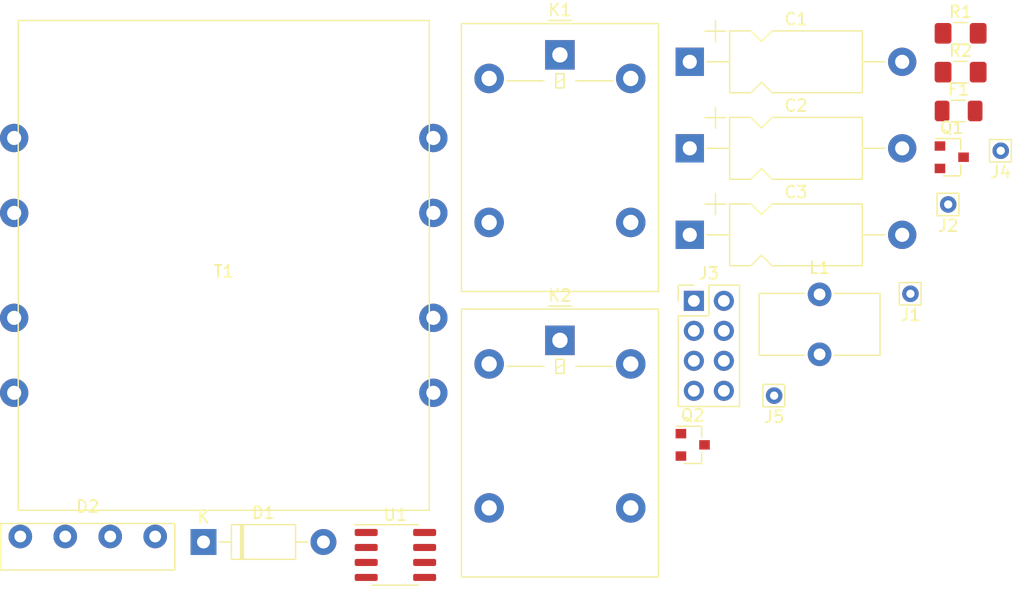
<source format=kicad_pcb>
(kicad_pcb (version 20171130) (host pcbnew 5.1.5+dfsg1-2build2)

  (general
    (thickness 1.6)
    (drawings 0)
    (tracks 0)
    (zones 0)
    (modules 20)
    (nets 26)
  )

  (page A4)
  (layers
    (0 F.Cu signal)
    (31 B.Cu signal)
    (32 B.Adhes user)
    (33 F.Adhes user)
    (34 B.Paste user)
    (35 F.Paste user)
    (36 B.SilkS user)
    (37 F.SilkS user)
    (38 B.Mask user)
    (39 F.Mask user)
    (40 Dwgs.User user)
    (41 Cmts.User user)
    (42 Eco1.User user)
    (43 Eco2.User user)
    (44 Edge.Cuts user)
    (45 Margin user)
    (46 B.CrtYd user)
    (47 F.CrtYd user)
    (48 B.Fab user)
    (49 F.Fab user)
  )

  (setup
    (last_trace_width 0.25)
    (trace_clearance 0.2)
    (zone_clearance 0.508)
    (zone_45_only no)
    (trace_min 0.2)
    (via_size 0.8)
    (via_drill 0.4)
    (via_min_size 0.4)
    (via_min_drill 0.3)
    (uvia_size 0.3)
    (uvia_drill 0.1)
    (uvias_allowed no)
    (uvia_min_size 0.2)
    (uvia_min_drill 0.1)
    (edge_width 0.05)
    (segment_width 0.2)
    (pcb_text_width 0.3)
    (pcb_text_size 1.5 1.5)
    (mod_edge_width 0.12)
    (mod_text_size 1 1)
    (mod_text_width 0.15)
    (pad_size 1.524 1.524)
    (pad_drill 0.762)
    (pad_to_mask_clearance 0.051)
    (solder_mask_min_width 0.25)
    (aux_axis_origin 0 0)
    (visible_elements FFFFFF7F)
    (pcbplotparams
      (layerselection 0x010fc_ffffffff)
      (usegerberextensions false)
      (usegerberattributes false)
      (usegerberadvancedattributes false)
      (creategerberjobfile false)
      (excludeedgelayer true)
      (linewidth 0.100000)
      (plotframeref false)
      (viasonmask false)
      (mode 1)
      (useauxorigin false)
      (hpglpennumber 1)
      (hpglpenspeed 20)
      (hpglpendiameter 15.000000)
      (psnegative false)
      (psa4output false)
      (plotreference true)
      (plotvalue true)
      (plotinvisibletext false)
      (padsonsilk false)
      (subtractmaskfromsilk false)
      (outputformat 1)
      (mirror false)
      (drillshape 1)
      (scaleselection 1)
      (outputdirectory ""))
  )

  (net 0 "")
  (net 1 GND)
  (net 2 +12V)
  (net 3 +3V3)
  (net 4 "Net-(D1-Pad1)")
  (net 5 "Net-(D2-Pad3)")
  (net 6 "Net-(D2-Pad2)")
  (net 7 VAC+)
  (net 8 "Net-(F1-Pad1)")
  (net 9 "Net-(J1-Pad1)")
  (net 10 "Net-(J2-Pad1)")
  (net 11 GPIO3)
  (net 12 GPIO0)
  (net 13 "Net-(J3-Pad5)")
  (net 14 GPIO2)
  (net 15 GPIO1)
  (net 16 "Net-(J4-Pad1)")
  (net 17 "Net-(J5-Pad1)")
  (net 18 "Net-(K1-Pad4)")
  (net 19 "Net-(K1-Pad2)")
  (net 20 "Net-(K2-Pad4)")
  (net 21 "Net-(K2-Pad2)")
  (net 22 VAC-)
  (net 23 "Net-(U1-Pad3)")
  (net 24 "Net-(U1-Pad2)")
  (net 25 "Net-(U1-Pad1)")

  (net_class Default "This is the default net class."
    (clearance 0.2)
    (trace_width 0.25)
    (via_dia 0.8)
    (via_drill 0.4)
    (uvia_dia 0.3)
    (uvia_drill 0.1)
    (add_net +12V)
    (add_net +3V3)
    (add_net GND)
    (add_net GPIO0)
    (add_net GPIO1)
    (add_net GPIO2)
    (add_net GPIO3)
    (add_net "Net-(D1-Pad1)")
    (add_net "Net-(D2-Pad2)")
    (add_net "Net-(D2-Pad3)")
    (add_net "Net-(F1-Pad1)")
    (add_net "Net-(J1-Pad1)")
    (add_net "Net-(J2-Pad1)")
    (add_net "Net-(J3-Pad5)")
    (add_net "Net-(J4-Pad1)")
    (add_net "Net-(J5-Pad1)")
    (add_net "Net-(K1-Pad2)")
    (add_net "Net-(K1-Pad4)")
    (add_net "Net-(K2-Pad2)")
    (add_net "Net-(K2-Pad4)")
    (add_net "Net-(U1-Pad1)")
    (add_net "Net-(U1-Pad2)")
    (add_net "Net-(U1-Pad3)")
    (add_net VAC+)
    (add_net VAC-)
  )

  (module Package_SO:SOIC-8_3.9x4.9mm_P1.27mm (layer F.Cu) (tedit 5D9F72B1) (tstamp 5F8178F4)
    (at 97.005001 82.175001)
    (descr "SOIC, 8 Pin (JEDEC MS-012AA, https://www.analog.com/media/en/package-pcb-resources/package/pkg_pdf/soic_narrow-r/r_8.pdf), generated with kicad-footprint-generator ipc_gullwing_generator.py")
    (tags "SOIC SO")
    (path /5F7D965B)
    (attr smd)
    (fp_text reference U1 (at 0 -3.4) (layer F.SilkS)
      (effects (font (size 1 1) (thickness 0.15)))
    )
    (fp_text value LM2594HVM-3.3 (at 0 3.4) (layer F.Fab)
      (effects (font (size 1 1) (thickness 0.15)))
    )
    (fp_text user %R (at 0 0) (layer F.Fab)
      (effects (font (size 0.98 0.98) (thickness 0.15)))
    )
    (fp_line (start 3.7 -2.7) (end -3.7 -2.7) (layer F.CrtYd) (width 0.05))
    (fp_line (start 3.7 2.7) (end 3.7 -2.7) (layer F.CrtYd) (width 0.05))
    (fp_line (start -3.7 2.7) (end 3.7 2.7) (layer F.CrtYd) (width 0.05))
    (fp_line (start -3.7 -2.7) (end -3.7 2.7) (layer F.CrtYd) (width 0.05))
    (fp_line (start -1.95 -1.475) (end -0.975 -2.45) (layer F.Fab) (width 0.1))
    (fp_line (start -1.95 2.45) (end -1.95 -1.475) (layer F.Fab) (width 0.1))
    (fp_line (start 1.95 2.45) (end -1.95 2.45) (layer F.Fab) (width 0.1))
    (fp_line (start 1.95 -2.45) (end 1.95 2.45) (layer F.Fab) (width 0.1))
    (fp_line (start -0.975 -2.45) (end 1.95 -2.45) (layer F.Fab) (width 0.1))
    (fp_line (start 0 -2.56) (end -3.45 -2.56) (layer F.SilkS) (width 0.12))
    (fp_line (start 0 -2.56) (end 1.95 -2.56) (layer F.SilkS) (width 0.12))
    (fp_line (start 0 2.56) (end -1.95 2.56) (layer F.SilkS) (width 0.12))
    (fp_line (start 0 2.56) (end 1.95 2.56) (layer F.SilkS) (width 0.12))
    (pad 8 smd roundrect (at 2.475 -1.905) (size 1.95 0.6) (layers F.Cu F.Paste F.Mask) (roundrect_rratio 0.25)
      (net 4 "Net-(D1-Pad1)"))
    (pad 7 smd roundrect (at 2.475 -0.635) (size 1.95 0.6) (layers F.Cu F.Paste F.Mask) (roundrect_rratio 0.25)
      (net 2 +12V))
    (pad 6 smd roundrect (at 2.475 0.635) (size 1.95 0.6) (layers F.Cu F.Paste F.Mask) (roundrect_rratio 0.25)
      (net 1 GND))
    (pad 5 smd roundrect (at 2.475 1.905) (size 1.95 0.6) (layers F.Cu F.Paste F.Mask) (roundrect_rratio 0.25)
      (net 1 GND))
    (pad 4 smd roundrect (at -2.475 1.905) (size 1.95 0.6) (layers F.Cu F.Paste F.Mask) (roundrect_rratio 0.25)
      (net 3 +3V3))
    (pad 3 smd roundrect (at -2.475 0.635) (size 1.95 0.6) (layers F.Cu F.Paste F.Mask) (roundrect_rratio 0.25)
      (net 23 "Net-(U1-Pad3)"))
    (pad 2 smd roundrect (at -2.475 -0.635) (size 1.95 0.6) (layers F.Cu F.Paste F.Mask) (roundrect_rratio 0.25)
      (net 24 "Net-(U1-Pad2)"))
    (pad 1 smd roundrect (at -2.475 -1.905) (size 1.95 0.6) (layers F.Cu F.Paste F.Mask) (roundrect_rratio 0.25)
      (net 25 "Net-(U1-Pad1)"))
    (model ${KISYS3DMOD}/Package_SO.3dshapes/SOIC-8_3.9x4.9mm_P1.27mm.wrl
      (at (xyz 0 0 0))
      (scale (xyz 1 1 1))
      (rotate (xyz 0 0 0))
    )
  )

  (module cad:3FD-424 (layer F.Cu) (tedit 5F8102B3) (tstamp 5F8178DA)
    (at 82.46 57.640001)
    (path /5F8140FB)
    (fp_text reference T1 (at 0 0.5) (layer F.SilkS)
      (effects (font (size 1 1) (thickness 0.15)))
    )
    (fp_text value 3FD-424 (at 0 -0.5) (layer F.Fab)
      (effects (font (size 1 1) (thickness 0.15)))
    )
    (fp_line (start 17.415 -20.75) (end 17.415 20.75) (layer F.SilkS) (width 0.12))
    (fp_line (start -17.415 -20.75) (end -17.415 20.75) (layer F.SilkS) (width 0.12))
    (fp_line (start -17.415 20.75) (end 17.415 20.75) (layer F.SilkS) (width 0.12))
    (fp_line (start 17.415 -20.75) (end -17.415 -20.75) (layer F.SilkS) (width 0.12))
    (pad 5 thru_hole circle (at 17.76 -10.795) (size 2.4 2.4) (drill 1.2) (layers *.Cu *.Mask)
      (net 6 "Net-(D2-Pad2)"))
    (pad 7 thru_hole circle (at 17.76 4.445) (size 2.4 2.4) (drill 1.2) (layers *.Cu *.Mask)
      (net 6 "Net-(D2-Pad2)"))
    (pad 6 thru_hole circle (at 17.76 -4.445) (size 2.4 2.4) (drill 1.2) (layers *.Cu *.Mask)
      (net 5 "Net-(D2-Pad3)"))
    (pad 8 thru_hole circle (at 17.76 10.795) (size 2.4 2.4) (drill 1.2) (layers *.Cu *.Mask)
      (net 5 "Net-(D2-Pad3)"))
    (pad 4 thru_hole circle (at -17.76 10.795) (size 2.4 2.4) (drill 1.2) (layers *.Cu *.Mask)
      (net 22 VAC-))
    (pad 3 thru_hole circle (at -17.76 4.445) (size 2.4 2.4) (drill 1.2) (layers *.Cu *.Mask)
      (net 8 "Net-(F1-Pad1)"))
    (pad 2 thru_hole circle (at -17.76 -4.445) (size 2.4 2.4) (drill 1.2) (layers *.Cu *.Mask)
      (net 22 VAC-))
    (pad 1 thru_hole circle (at -17.76 -10.795) (size 2.4 2.4) (drill 1.2) (layers *.Cu *.Mask)
      (net 8 "Net-(F1-Pad1)"))
  )

  (module Resistor_SMD:R_1206_3216Metric_Pad1.42x1.75mm_HandSolder (layer F.Cu) (tedit 5B301BBD) (tstamp 5F8178CA)
    (at 144.895001 41.265001)
    (descr "Resistor SMD 1206 (3216 Metric), square (rectangular) end terminal, IPC_7351 nominal with elongated pad for handsoldering. (Body size source: http://www.tortai-tech.com/upload/download/2011102023233369053.pdf), generated with kicad-footprint-generator")
    (tags "resistor handsolder")
    (path /5F8DB9CA)
    (attr smd)
    (fp_text reference R2 (at 0 -1.82) (layer F.SilkS)
      (effects (font (size 1 1) (thickness 0.15)))
    )
    (fp_text value 10K (at 0 1.82) (layer F.Fab)
      (effects (font (size 1 1) (thickness 0.15)))
    )
    (fp_text user %R (at 0 0) (layer F.Fab)
      (effects (font (size 0.8 0.8) (thickness 0.12)))
    )
    (fp_line (start 2.45 1.12) (end -2.45 1.12) (layer F.CrtYd) (width 0.05))
    (fp_line (start 2.45 -1.12) (end 2.45 1.12) (layer F.CrtYd) (width 0.05))
    (fp_line (start -2.45 -1.12) (end 2.45 -1.12) (layer F.CrtYd) (width 0.05))
    (fp_line (start -2.45 1.12) (end -2.45 -1.12) (layer F.CrtYd) (width 0.05))
    (fp_line (start -0.602064 0.91) (end 0.602064 0.91) (layer F.SilkS) (width 0.12))
    (fp_line (start -0.602064 -0.91) (end 0.602064 -0.91) (layer F.SilkS) (width 0.12))
    (fp_line (start 1.6 0.8) (end -1.6 0.8) (layer F.Fab) (width 0.1))
    (fp_line (start 1.6 -0.8) (end 1.6 0.8) (layer F.Fab) (width 0.1))
    (fp_line (start -1.6 -0.8) (end 1.6 -0.8) (layer F.Fab) (width 0.1))
    (fp_line (start -1.6 0.8) (end -1.6 -0.8) (layer F.Fab) (width 0.1))
    (pad 2 smd roundrect (at 1.4875 0) (size 1.425 1.75) (layers F.Cu F.Paste F.Mask) (roundrect_rratio 0.175439)
      (net 1 GND))
    (pad 1 smd roundrect (at -1.4875 0) (size 1.425 1.75) (layers F.Cu F.Paste F.Mask) (roundrect_rratio 0.175439)
      (net 12 GPIO0))
    (model ${KISYS3DMOD}/Resistor_SMD.3dshapes/R_1206_3216Metric.wrl
      (at (xyz 0 0 0))
      (scale (xyz 1 1 1))
      (rotate (xyz 0 0 0))
    )
  )

  (module Resistor_SMD:R_1206_3216Metric_Pad1.42x1.75mm_HandSolder (layer F.Cu) (tedit 5B301BBD) (tstamp 5F8178B9)
    (at 144.895001 37.975001)
    (descr "Resistor SMD 1206 (3216 Metric), square (rectangular) end terminal, IPC_7351 nominal with elongated pad for handsoldering. (Body size source: http://www.tortai-tech.com/upload/download/2011102023233369053.pdf), generated with kicad-footprint-generator")
    (tags "resistor handsolder")
    (path /5F84B17D)
    (attr smd)
    (fp_text reference R1 (at 0 -1.82) (layer F.SilkS)
      (effects (font (size 1 1) (thickness 0.15)))
    )
    (fp_text value 10K (at 0 1.82) (layer F.Fab)
      (effects (font (size 1 1) (thickness 0.15)))
    )
    (fp_text user %R (at 0 0) (layer F.Fab)
      (effects (font (size 0.8 0.8) (thickness 0.12)))
    )
    (fp_line (start 2.45 1.12) (end -2.45 1.12) (layer F.CrtYd) (width 0.05))
    (fp_line (start 2.45 -1.12) (end 2.45 1.12) (layer F.CrtYd) (width 0.05))
    (fp_line (start -2.45 -1.12) (end 2.45 -1.12) (layer F.CrtYd) (width 0.05))
    (fp_line (start -2.45 1.12) (end -2.45 -1.12) (layer F.CrtYd) (width 0.05))
    (fp_line (start -0.602064 0.91) (end 0.602064 0.91) (layer F.SilkS) (width 0.12))
    (fp_line (start -0.602064 -0.91) (end 0.602064 -0.91) (layer F.SilkS) (width 0.12))
    (fp_line (start 1.6 0.8) (end -1.6 0.8) (layer F.Fab) (width 0.1))
    (fp_line (start 1.6 -0.8) (end 1.6 0.8) (layer F.Fab) (width 0.1))
    (fp_line (start -1.6 -0.8) (end 1.6 -0.8) (layer F.Fab) (width 0.1))
    (fp_line (start -1.6 0.8) (end -1.6 -0.8) (layer F.Fab) (width 0.1))
    (pad 2 smd roundrect (at 1.4875 0) (size 1.425 1.75) (layers F.Cu F.Paste F.Mask) (roundrect_rratio 0.175439)
      (net 1 GND))
    (pad 1 smd roundrect (at -1.4875 0) (size 1.425 1.75) (layers F.Cu F.Paste F.Mask) (roundrect_rratio 0.175439)
      (net 14 GPIO2))
    (model ${KISYS3DMOD}/Resistor_SMD.3dshapes/R_1206_3216Metric.wrl
      (at (xyz 0 0 0))
      (scale (xyz 1 1 1))
      (rotate (xyz 0 0 0))
    )
  )

  (module Package_TO_SOT_SMD:SOT-23 (layer F.Cu) (tedit 5A02FF57) (tstamp 5F8178A8)
    (at 122.195001 72.845001)
    (descr "SOT-23, Standard")
    (tags SOT-23)
    (path /5F8DB9D5)
    (attr smd)
    (fp_text reference Q2 (at 0 -2.5) (layer F.SilkS)
      (effects (font (size 1 1) (thickness 0.15)))
    )
    (fp_text value BSS138 (at 0 2.5) (layer F.Fab)
      (effects (font (size 1 1) (thickness 0.15)))
    )
    (fp_line (start 0.76 1.58) (end -0.7 1.58) (layer F.SilkS) (width 0.12))
    (fp_line (start 0.76 -1.58) (end -1.4 -1.58) (layer F.SilkS) (width 0.12))
    (fp_line (start -1.7 1.75) (end -1.7 -1.75) (layer F.CrtYd) (width 0.05))
    (fp_line (start 1.7 1.75) (end -1.7 1.75) (layer F.CrtYd) (width 0.05))
    (fp_line (start 1.7 -1.75) (end 1.7 1.75) (layer F.CrtYd) (width 0.05))
    (fp_line (start -1.7 -1.75) (end 1.7 -1.75) (layer F.CrtYd) (width 0.05))
    (fp_line (start 0.76 -1.58) (end 0.76 -0.65) (layer F.SilkS) (width 0.12))
    (fp_line (start 0.76 1.58) (end 0.76 0.65) (layer F.SilkS) (width 0.12))
    (fp_line (start -0.7 1.52) (end 0.7 1.52) (layer F.Fab) (width 0.1))
    (fp_line (start 0.7 -1.52) (end 0.7 1.52) (layer F.Fab) (width 0.1))
    (fp_line (start -0.7 -0.95) (end -0.15 -1.52) (layer F.Fab) (width 0.1))
    (fp_line (start -0.15 -1.52) (end 0.7 -1.52) (layer F.Fab) (width 0.1))
    (fp_line (start -0.7 -0.95) (end -0.7 1.5) (layer F.Fab) (width 0.1))
    (fp_text user %R (at 0 0 90) (layer F.Fab)
      (effects (font (size 0.5 0.5) (thickness 0.075)))
    )
    (pad 3 smd rect (at 1 0) (size 0.9 0.8) (layers F.Cu F.Paste F.Mask)
      (net 21 "Net-(K2-Pad2)"))
    (pad 2 smd rect (at -1 0.95) (size 0.9 0.8) (layers F.Cu F.Paste F.Mask)
      (net 1 GND))
    (pad 1 smd rect (at -1 -0.95) (size 0.9 0.8) (layers F.Cu F.Paste F.Mask)
      (net 12 GPIO0))
    (model ${KISYS3DMOD}/Package_TO_SOT_SMD.3dshapes/SOT-23.wrl
      (at (xyz 0 0 0))
      (scale (xyz 1 1 1))
      (rotate (xyz 0 0 0))
    )
  )

  (module Package_TO_SOT_SMD:SOT-23 (layer F.Cu) (tedit 5A02FF57) (tstamp 5F817893)
    (at 144.145001 48.475001)
    (descr "SOT-23, Standard")
    (tags SOT-23)
    (path /5F846AA5)
    (attr smd)
    (fp_text reference Q1 (at 0 -2.5) (layer F.SilkS)
      (effects (font (size 1 1) (thickness 0.15)))
    )
    (fp_text value BSS138 (at 0 2.5) (layer F.Fab)
      (effects (font (size 1 1) (thickness 0.15)))
    )
    (fp_line (start 0.76 1.58) (end -0.7 1.58) (layer F.SilkS) (width 0.12))
    (fp_line (start 0.76 -1.58) (end -1.4 -1.58) (layer F.SilkS) (width 0.12))
    (fp_line (start -1.7 1.75) (end -1.7 -1.75) (layer F.CrtYd) (width 0.05))
    (fp_line (start 1.7 1.75) (end -1.7 1.75) (layer F.CrtYd) (width 0.05))
    (fp_line (start 1.7 -1.75) (end 1.7 1.75) (layer F.CrtYd) (width 0.05))
    (fp_line (start -1.7 -1.75) (end 1.7 -1.75) (layer F.CrtYd) (width 0.05))
    (fp_line (start 0.76 -1.58) (end 0.76 -0.65) (layer F.SilkS) (width 0.12))
    (fp_line (start 0.76 1.58) (end 0.76 0.65) (layer F.SilkS) (width 0.12))
    (fp_line (start -0.7 1.52) (end 0.7 1.52) (layer F.Fab) (width 0.1))
    (fp_line (start 0.7 -1.52) (end 0.7 1.52) (layer F.Fab) (width 0.1))
    (fp_line (start -0.7 -0.95) (end -0.15 -1.52) (layer F.Fab) (width 0.1))
    (fp_line (start -0.15 -1.52) (end 0.7 -1.52) (layer F.Fab) (width 0.1))
    (fp_line (start -0.7 -0.95) (end -0.7 1.5) (layer F.Fab) (width 0.1))
    (fp_text user %R (at 0 0 90) (layer F.Fab)
      (effects (font (size 0.5 0.5) (thickness 0.075)))
    )
    (pad 3 smd rect (at 1 0) (size 0.9 0.8) (layers F.Cu F.Paste F.Mask)
      (net 19 "Net-(K1-Pad2)"))
    (pad 2 smd rect (at -1 0.95) (size 0.9 0.8) (layers F.Cu F.Paste F.Mask)
      (net 1 GND))
    (pad 1 smd rect (at -1 -0.95) (size 0.9 0.8) (layers F.Cu F.Paste F.Mask)
      (net 14 GPIO2))
    (model ${KISYS3DMOD}/Package_TO_SOT_SMD.3dshapes/SOT-23.wrl
      (at (xyz 0 0 0))
      (scale (xyz 1 1 1))
      (rotate (xyz 0 0 0))
    )
  )

  (module Inductor_THT:L_Toroid_Vertical_L10.0mm_W5.0mm_P5.08mm (layer F.Cu) (tedit 5AE59B06) (tstamp 5F81787E)
    (at 132.945001 60.095001)
    (descr "L_Toroid, Vertical series, Radial, pin pitch=5.08mm, , length*width=10*5mm^2")
    (tags "L_Toroid Vertical series Radial pin pitch 5.08mm  length 10mm width 5mm")
    (path /5F7D96AB)
    (fp_text reference L1 (at 0 -2.25) (layer F.SilkS)
      (effects (font (size 1 1) (thickness 0.15)))
    )
    (fp_text value 150uH (at 0 7.33) (layer F.Fab)
      (effects (font (size 1 1) (thickness 0.15)))
    )
    (fp_text user %R (at 2.54 0) (layer F.Fab)
      (effects (font (size 1 1) (thickness 0.15)))
    )
    (fp_line (start 5.25 -1.25) (end -5.25 -1.25) (layer F.CrtYd) (width 0.05))
    (fp_line (start 5.25 6.33) (end 5.25 -1.25) (layer F.CrtYd) (width 0.05))
    (fp_line (start -5.25 6.33) (end 5.25 6.33) (layer F.CrtYd) (width 0.05))
    (fp_line (start -5.25 -1.25) (end -5.25 6.33) (layer F.CrtYd) (width 0.05))
    (fp_line (start 5.12 -0.08) (end 5.12 5.16) (layer F.SilkS) (width 0.12))
    (fp_line (start -5.12 -0.08) (end -5.12 5.16) (layer F.SilkS) (width 0.12))
    (fp_line (start 1.255 5.16) (end 5.12 5.16) (layer F.SilkS) (width 0.12))
    (fp_line (start -5.12 5.16) (end -1.255 5.16) (layer F.SilkS) (width 0.12))
    (fp_line (start 1.255 -0.08) (end 5.12 -0.08) (layer F.SilkS) (width 0.12))
    (fp_line (start -5.12 -0.08) (end -1.255 -0.08) (layer F.SilkS) (width 0.12))
    (fp_line (start 3.2 0) (end 3.6 5.08) (layer F.Fab) (width 0.1))
    (fp_line (start 2.4 0) (end 2.8 5.08) (layer F.Fab) (width 0.1))
    (fp_line (start 1.6 0) (end 2 5.08) (layer F.Fab) (width 0.1))
    (fp_line (start 0.8 0) (end 1.2 5.08) (layer F.Fab) (width 0.1))
    (fp_line (start 0 0) (end 0.4 5.08) (layer F.Fab) (width 0.1))
    (fp_line (start -0.8 0) (end -0.4 5.08) (layer F.Fab) (width 0.1))
    (fp_line (start -1.6 0) (end -1.2 5.08) (layer F.Fab) (width 0.1))
    (fp_line (start -2.4 0) (end -2 5.08) (layer F.Fab) (width 0.1))
    (fp_line (start -3.2 0) (end -2.8 5.08) (layer F.Fab) (width 0.1))
    (fp_line (start -4 0) (end -3.6 5.08) (layer F.Fab) (width 0.1))
    (fp_line (start 4 0) (end -4 0) (layer F.Fab) (width 0.1))
    (fp_line (start 4 5.08) (end 4 0) (layer F.Fab) (width 0.1))
    (fp_line (start -4 5.08) (end 4 5.08) (layer F.Fab) (width 0.1))
    (fp_line (start -4 0) (end -4 5.08) (layer F.Fab) (width 0.1))
    (fp_line (start 5 0.04) (end -5 0.04) (layer F.Fab) (width 0.1))
    (fp_line (start 5 5.04) (end 5 0.04) (layer F.Fab) (width 0.1))
    (fp_line (start -5 5.04) (end 5 5.04) (layer F.Fab) (width 0.1))
    (fp_line (start -5 0.04) (end -5 5.04) (layer F.Fab) (width 0.1))
    (pad 2 thru_hole circle (at 0 5.08) (size 2 2) (drill 1) (layers *.Cu *.Mask)
      (net 3 +3V3))
    (pad 1 thru_hole circle (at 0 0) (size 2 2) (drill 1) (layers *.Cu *.Mask)
      (net 4 "Net-(D1-Pad1)"))
    (model ${KISYS3DMOD}/Inductor_THT.3dshapes/L_Toroid_Vertical_L10.0mm_W5.0mm_P5.08mm.wrl
      (at (xyz 0 0 0))
      (scale (xyz 1 1 1))
      (rotate (xyz 0 0 0))
    )
  )

  (module Relay_THT:Relay_SPDT_Omron-G5LE-1 (layer F.Cu) (tedit 5AE38B37) (tstamp 5F81785B)
    (at 110.945001 63.990001)
    (descr "Omron Relay SPDT, http://www.omron.com/ecb/products/pdf/en-g5le.pdf")
    (tags "Omron Relay SPDT")
    (path /5F8DB9AD)
    (fp_text reference K2 (at 0 -3.8) (layer F.SilkS)
      (effects (font (size 1 1) (thickness 0.15)))
    )
    (fp_text value G5LE-1 (at 0 20.95) (layer F.Fab)
      (effects (font (size 1 1) (thickness 0.15)))
    )
    (fp_text user %R (at 0 8.7) (layer F.Fab)
      (effects (font (size 1 1) (thickness 0.15)))
    )
    (fp_line (start -8.5 20.2) (end 8.5 20.2) (layer F.CrtYd) (width 0.05))
    (fp_line (start -8.5 -2.8) (end -8.5 20.2) (layer F.CrtYd) (width 0.05))
    (fp_line (start 8.5 -2.8) (end -8.5 -2.8) (layer F.CrtYd) (width 0.05))
    (fp_line (start 8.5 20.2) (end 8.5 -2.8) (layer F.CrtYd) (width 0.05))
    (fp_line (start 1.35 2.2) (end 4.5 2.2) (layer F.SilkS) (width 0.12))
    (fp_line (start -4.5 2.2) (end -1.35 2.2) (layer F.SilkS) (width 0.12))
    (fp_line (start -1 -2.91) (end 1 -2.91) (layer F.SilkS) (width 0.12))
    (fp_line (start -0.35 2.8) (end 0.35 2.8) (layer F.SilkS) (width 0.12))
    (fp_line (start -0.35 1.6) (end -0.35 2.8) (layer F.SilkS) (width 0.12))
    (fp_line (start 0.35 1.6) (end -0.35 1.6) (layer F.SilkS) (width 0.12))
    (fp_line (start 0.35 2.8) (end 0.35 1.6) (layer F.SilkS) (width 0.12))
    (fp_line (start -0.35 2.4) (end 0.35 2) (layer F.SilkS) (width 0.12))
    (fp_line (start -8.35 20.05) (end 8.35 20.05) (layer F.SilkS) (width 0.12))
    (fp_line (start -8.35 -2.65) (end -8.35 20.05) (layer F.SilkS) (width 0.12))
    (fp_line (start 8.35 -2.65) (end -8.35 -2.65) (layer F.SilkS) (width 0.12))
    (fp_line (start 8.35 20.05) (end 8.35 -2.65) (layer F.SilkS) (width 0.12))
    (fp_line (start -4.5 2) (end 4.5 2) (layer F.Fab) (width 0.1))
    (fp_line (start -1 -2.55) (end 0 -1.55) (layer F.Fab) (width 0.1))
    (fp_line (start -8.25 -2.55) (end -1 -2.55) (layer F.Fab) (width 0.1))
    (fp_line (start -8.25 19.95) (end -8.25 -2.55) (layer F.Fab) (width 0.1))
    (fp_line (start 8.25 19.95) (end -8.25 19.95) (layer F.Fab) (width 0.1))
    (fp_line (start 8.25 -2.55) (end 8.25 19.95) (layer F.Fab) (width 0.1))
    (fp_line (start 1 -2.55) (end 8.25 -2.55) (layer F.Fab) (width 0.1))
    (fp_line (start 0 -1.55) (end 1 -2.55) (layer F.Fab) (width 0.1))
    (pad 5 thru_hole oval (at 6 2) (size 2.5 2.5) (drill 1.3) (layers *.Cu *.Mask)
      (net 2 +12V))
    (pad 4 thru_hole oval (at 6 14.2) (size 2.5 2.5) (drill 1.3) (layers *.Cu *.Mask)
      (net 20 "Net-(K2-Pad4)"))
    (pad 3 thru_hole oval (at -6 14.2) (size 2.5 2.5) (drill 1.3) (layers *.Cu *.Mask)
      (net 17 "Net-(J5-Pad1)"))
    (pad 2 thru_hole oval (at -6 2) (size 2.5 2.5) (drill 1.3) (layers *.Cu *.Mask)
      (net 21 "Net-(K2-Pad2)"))
    (pad 1 thru_hole rect (at 0 0) (size 2.5 2.5) (drill 1.3) (layers *.Cu *.Mask)
      (net 10 "Net-(J2-Pad1)"))
    (model ${KISYS3DMOD}/Relay_THT.3dshapes/Relay_SPDT_Omron-G5LE-1.wrl
      (at (xyz 0 0 0))
      (scale (xyz 1 1 1))
      (rotate (xyz 0 0 0))
    )
  )

  (module Relay_THT:Relay_SPDT_Omron-G5LE-1 (layer F.Cu) (tedit 5AE38B37) (tstamp 5F817839)
    (at 110.945001 39.800001)
    (descr "Omron Relay SPDT, http://www.omron.com/ecb/products/pdf/en-g5le.pdf")
    (tags "Omron Relay SPDT")
    (path /5F83EE27)
    (fp_text reference K1 (at 0 -3.8) (layer F.SilkS)
      (effects (font (size 1 1) (thickness 0.15)))
    )
    (fp_text value G5LE-1 (at 0 20.95) (layer F.Fab)
      (effects (font (size 1 1) (thickness 0.15)))
    )
    (fp_text user %R (at 0 8.7) (layer F.Fab)
      (effects (font (size 1 1) (thickness 0.15)))
    )
    (fp_line (start -8.5 20.2) (end 8.5 20.2) (layer F.CrtYd) (width 0.05))
    (fp_line (start -8.5 -2.8) (end -8.5 20.2) (layer F.CrtYd) (width 0.05))
    (fp_line (start 8.5 -2.8) (end -8.5 -2.8) (layer F.CrtYd) (width 0.05))
    (fp_line (start 8.5 20.2) (end 8.5 -2.8) (layer F.CrtYd) (width 0.05))
    (fp_line (start 1.35 2.2) (end 4.5 2.2) (layer F.SilkS) (width 0.12))
    (fp_line (start -4.5 2.2) (end -1.35 2.2) (layer F.SilkS) (width 0.12))
    (fp_line (start -1 -2.91) (end 1 -2.91) (layer F.SilkS) (width 0.12))
    (fp_line (start -0.35 2.8) (end 0.35 2.8) (layer F.SilkS) (width 0.12))
    (fp_line (start -0.35 1.6) (end -0.35 2.8) (layer F.SilkS) (width 0.12))
    (fp_line (start 0.35 1.6) (end -0.35 1.6) (layer F.SilkS) (width 0.12))
    (fp_line (start 0.35 2.8) (end 0.35 1.6) (layer F.SilkS) (width 0.12))
    (fp_line (start -0.35 2.4) (end 0.35 2) (layer F.SilkS) (width 0.12))
    (fp_line (start -8.35 20.05) (end 8.35 20.05) (layer F.SilkS) (width 0.12))
    (fp_line (start -8.35 -2.65) (end -8.35 20.05) (layer F.SilkS) (width 0.12))
    (fp_line (start 8.35 -2.65) (end -8.35 -2.65) (layer F.SilkS) (width 0.12))
    (fp_line (start 8.35 20.05) (end 8.35 -2.65) (layer F.SilkS) (width 0.12))
    (fp_line (start -4.5 2) (end 4.5 2) (layer F.Fab) (width 0.1))
    (fp_line (start -1 -2.55) (end 0 -1.55) (layer F.Fab) (width 0.1))
    (fp_line (start -8.25 -2.55) (end -1 -2.55) (layer F.Fab) (width 0.1))
    (fp_line (start -8.25 19.95) (end -8.25 -2.55) (layer F.Fab) (width 0.1))
    (fp_line (start 8.25 19.95) (end -8.25 19.95) (layer F.Fab) (width 0.1))
    (fp_line (start 8.25 -2.55) (end 8.25 19.95) (layer F.Fab) (width 0.1))
    (fp_line (start 1 -2.55) (end 8.25 -2.55) (layer F.Fab) (width 0.1))
    (fp_line (start 0 -1.55) (end 1 -2.55) (layer F.Fab) (width 0.1))
    (pad 5 thru_hole oval (at 6 2) (size 2.5 2.5) (drill 1.3) (layers *.Cu *.Mask)
      (net 2 +12V))
    (pad 4 thru_hole oval (at 6 14.2) (size 2.5 2.5) (drill 1.3) (layers *.Cu *.Mask)
      (net 18 "Net-(K1-Pad4)"))
    (pad 3 thru_hole oval (at -6 14.2) (size 2.5 2.5) (drill 1.3) (layers *.Cu *.Mask)
      (net 16 "Net-(J4-Pad1)"))
    (pad 2 thru_hole oval (at -6 2) (size 2.5 2.5) (drill 1.3) (layers *.Cu *.Mask)
      (net 19 "Net-(K1-Pad2)"))
    (pad 1 thru_hole rect (at 0 0) (size 2.5 2.5) (drill 1.3) (layers *.Cu *.Mask)
      (net 9 "Net-(J1-Pad1)"))
    (model ${KISYS3DMOD}/Relay_THT.3dshapes/Relay_SPDT_Omron-G5LE-1.wrl
      (at (xyz 0 0 0))
      (scale (xyz 1 1 1))
      (rotate (xyz 0 0 0))
    )
  )

  (module Connector_Pin:Pin_D0.7mm_L6.5mm_W1.8mm_FlatFork (layer F.Cu) (tedit 5A1DC084) (tstamp 5F817817)
    (at 129.095001 68.675001)
    (descr "solder Pin_ with flat fork, hole diameter 0.7mm, length 6.5mm, width 1.8mm")
    (tags "solder Pin_ with flat fork")
    (path /5F8DB9F6)
    (fp_text reference J5 (at 0 1.8) (layer F.SilkS)
      (effects (font (size 1 1) (thickness 0.15)))
    )
    (fp_text value IN2- (at 0 -1.8) (layer F.Fab)
      (effects (font (size 1 1) (thickness 0.15)))
    )
    (fp_line (start 1.35 1.2) (end -1.4 1.2) (layer F.CrtYd) (width 0.05))
    (fp_line (start 1.35 1.2) (end 1.35 -1.2) (layer F.CrtYd) (width 0.05))
    (fp_line (start -1.4 -1.2) (end -1.4 1.2) (layer F.CrtYd) (width 0.05))
    (fp_line (start -1.4 -1.2) (end 1.35 -1.2) (layer F.CrtYd) (width 0.05))
    (fp_line (start -0.9 0.25) (end -0.9 -0.25) (layer F.Fab) (width 0.12))
    (fp_line (start 0.85 0.25) (end -0.9 0.25) (layer F.Fab) (width 0.12))
    (fp_line (start 0.85 -0.25) (end 0.85 0.25) (layer F.Fab) (width 0.12))
    (fp_line (start -0.9 -0.25) (end 0.85 -0.25) (layer F.Fab) (width 0.12))
    (fp_line (start 0.9 -0.95) (end -0.95 -0.95) (layer F.SilkS) (width 0.12))
    (fp_line (start 0.9 -0.9) (end 0.9 -0.95) (layer F.SilkS) (width 0.12))
    (fp_line (start 0.9 0.95) (end 0.9 -0.9) (layer F.SilkS) (width 0.12))
    (fp_line (start -0.95 0.95) (end 0.9 0.95) (layer F.SilkS) (width 0.12))
    (fp_line (start -0.95 -0.95) (end -0.95 0.95) (layer F.SilkS) (width 0.12))
    (fp_text user %R (at 0 1.8) (layer F.Fab)
      (effects (font (size 1 1) (thickness 0.15)))
    )
    (pad 1 thru_hole circle (at 0 0) (size 1.4 1.4) (drill 0.7) (layers *.Cu *.Mask)
      (net 17 "Net-(J5-Pad1)"))
    (model ${KISYS3DMOD}/Connector_Pin.3dshapes/Pin_D0.7mm_L6.5mm_W1.8mm_FlatFork.wrl
      (at (xyz 0 0 0))
      (scale (xyz 1 1 1))
      (rotate (xyz 0 0 0))
    )
  )

  (module Connector_Pin:Pin_D0.7mm_L6.5mm_W1.8mm_FlatFork (layer F.Cu) (tedit 5A1DC084) (tstamp 5F817804)
    (at 148.295001 47.925001)
    (descr "solder Pin_ with flat fork, hole diameter 0.7mm, length 6.5mm, width 1.8mm")
    (tags "solder Pin_ with flat fork")
    (path /5F8BEFE5)
    (fp_text reference J4 (at 0 1.8) (layer F.SilkS)
      (effects (font (size 1 1) (thickness 0.15)))
    )
    (fp_text value IN1- (at 0 -1.8) (layer F.Fab)
      (effects (font (size 1 1) (thickness 0.15)))
    )
    (fp_line (start 1.35 1.2) (end -1.4 1.2) (layer F.CrtYd) (width 0.05))
    (fp_line (start 1.35 1.2) (end 1.35 -1.2) (layer F.CrtYd) (width 0.05))
    (fp_line (start -1.4 -1.2) (end -1.4 1.2) (layer F.CrtYd) (width 0.05))
    (fp_line (start -1.4 -1.2) (end 1.35 -1.2) (layer F.CrtYd) (width 0.05))
    (fp_line (start -0.9 0.25) (end -0.9 -0.25) (layer F.Fab) (width 0.12))
    (fp_line (start 0.85 0.25) (end -0.9 0.25) (layer F.Fab) (width 0.12))
    (fp_line (start 0.85 -0.25) (end 0.85 0.25) (layer F.Fab) (width 0.12))
    (fp_line (start -0.9 -0.25) (end 0.85 -0.25) (layer F.Fab) (width 0.12))
    (fp_line (start 0.9 -0.95) (end -0.95 -0.95) (layer F.SilkS) (width 0.12))
    (fp_line (start 0.9 -0.9) (end 0.9 -0.95) (layer F.SilkS) (width 0.12))
    (fp_line (start 0.9 0.95) (end 0.9 -0.9) (layer F.SilkS) (width 0.12))
    (fp_line (start -0.95 0.95) (end 0.9 0.95) (layer F.SilkS) (width 0.12))
    (fp_line (start -0.95 -0.95) (end -0.95 0.95) (layer F.SilkS) (width 0.12))
    (fp_text user %R (at 0 1.8) (layer F.Fab)
      (effects (font (size 1 1) (thickness 0.15)))
    )
    (pad 1 thru_hole circle (at 0 0) (size 1.4 1.4) (drill 0.7) (layers *.Cu *.Mask)
      (net 16 "Net-(J4-Pad1)"))
    (model ${KISYS3DMOD}/Connector_Pin.3dshapes/Pin_D0.7mm_L6.5mm_W1.8mm_FlatFork.wrl
      (at (xyz 0 0 0))
      (scale (xyz 1 1 1))
      (rotate (xyz 0 0 0))
    )
  )

  (module Connector_PinHeader_2.54mm:PinHeader_2x04_P2.54mm_Vertical (layer F.Cu) (tedit 59FED5CC) (tstamp 5F8177F1)
    (at 122.295001 60.645001)
    (descr "Through hole straight pin header, 2x04, 2.54mm pitch, double rows")
    (tags "Through hole pin header THT 2x04 2.54mm double row")
    (path /5F7FE8C1)
    (fp_text reference J3 (at 1.27 -2.33) (layer F.SilkS)
      (effects (font (size 1 1) (thickness 0.15)))
    )
    (fp_text value ESP8266 (at 1.27 9.95) (layer F.Fab)
      (effects (font (size 1 1) (thickness 0.15)))
    )
    (fp_text user %R (at 1.27 3.81 90) (layer F.Fab)
      (effects (font (size 1 1) (thickness 0.15)))
    )
    (fp_line (start 4.35 -1.8) (end -1.8 -1.8) (layer F.CrtYd) (width 0.05))
    (fp_line (start 4.35 9.4) (end 4.35 -1.8) (layer F.CrtYd) (width 0.05))
    (fp_line (start -1.8 9.4) (end 4.35 9.4) (layer F.CrtYd) (width 0.05))
    (fp_line (start -1.8 -1.8) (end -1.8 9.4) (layer F.CrtYd) (width 0.05))
    (fp_line (start -1.33 -1.33) (end 0 -1.33) (layer F.SilkS) (width 0.12))
    (fp_line (start -1.33 0) (end -1.33 -1.33) (layer F.SilkS) (width 0.12))
    (fp_line (start 1.27 -1.33) (end 3.87 -1.33) (layer F.SilkS) (width 0.12))
    (fp_line (start 1.27 1.27) (end 1.27 -1.33) (layer F.SilkS) (width 0.12))
    (fp_line (start -1.33 1.27) (end 1.27 1.27) (layer F.SilkS) (width 0.12))
    (fp_line (start 3.87 -1.33) (end 3.87 8.95) (layer F.SilkS) (width 0.12))
    (fp_line (start -1.33 1.27) (end -1.33 8.95) (layer F.SilkS) (width 0.12))
    (fp_line (start -1.33 8.95) (end 3.87 8.95) (layer F.SilkS) (width 0.12))
    (fp_line (start -1.27 0) (end 0 -1.27) (layer F.Fab) (width 0.1))
    (fp_line (start -1.27 8.89) (end -1.27 0) (layer F.Fab) (width 0.1))
    (fp_line (start 3.81 8.89) (end -1.27 8.89) (layer F.Fab) (width 0.1))
    (fp_line (start 3.81 -1.27) (end 3.81 8.89) (layer F.Fab) (width 0.1))
    (fp_line (start 0 -1.27) (end 3.81 -1.27) (layer F.Fab) (width 0.1))
    (pad 8 thru_hole oval (at 2.54 7.62) (size 1.7 1.7) (drill 1) (layers *.Cu *.Mask)
      (net 11 GPIO3))
    (pad 7 thru_hole oval (at 0 7.62) (size 1.7 1.7) (drill 1) (layers *.Cu *.Mask)
      (net 3 +3V3))
    (pad 6 thru_hole oval (at 2.54 5.08) (size 1.7 1.7) (drill 1) (layers *.Cu *.Mask)
      (net 12 GPIO0))
    (pad 5 thru_hole oval (at 0 5.08) (size 1.7 1.7) (drill 1) (layers *.Cu *.Mask)
      (net 13 "Net-(J3-Pad5)"))
    (pad 4 thru_hole oval (at 2.54 2.54) (size 1.7 1.7) (drill 1) (layers *.Cu *.Mask)
      (net 14 GPIO2))
    (pad 3 thru_hole oval (at 0 2.54) (size 1.7 1.7) (drill 1) (layers *.Cu *.Mask)
      (net 3 +3V3))
    (pad 2 thru_hole oval (at 2.54 0) (size 1.7 1.7) (drill 1) (layers *.Cu *.Mask)
      (net 1 GND))
    (pad 1 thru_hole rect (at 0 0) (size 1.7 1.7) (drill 1) (layers *.Cu *.Mask)
      (net 15 GPIO1))
    (model ${KISYS3DMOD}/Connector_PinHeader_2.54mm.3dshapes/PinHeader_2x04_P2.54mm_Vertical.wrl
      (at (xyz 0 0 0))
      (scale (xyz 1 1 1))
      (rotate (xyz 0 0 0))
    )
  )

  (module Connector_Pin:Pin_D0.7mm_L6.5mm_W1.8mm_FlatFork (layer F.Cu) (tedit 5A1DC084) (tstamp 5F8177D3)
    (at 143.845001 52.475001)
    (descr "solder Pin_ with flat fork, hole diameter 0.7mm, length 6.5mm, width 1.8mm")
    (tags "solder Pin_ with flat fork")
    (path /5F8DB9EC)
    (fp_text reference J2 (at 0 1.8) (layer F.SilkS)
      (effects (font (size 1 1) (thickness 0.15)))
    )
    (fp_text value IN2+ (at 0 -1.8) (layer F.Fab)
      (effects (font (size 1 1) (thickness 0.15)))
    )
    (fp_line (start 1.35 1.2) (end -1.4 1.2) (layer F.CrtYd) (width 0.05))
    (fp_line (start 1.35 1.2) (end 1.35 -1.2) (layer F.CrtYd) (width 0.05))
    (fp_line (start -1.4 -1.2) (end -1.4 1.2) (layer F.CrtYd) (width 0.05))
    (fp_line (start -1.4 -1.2) (end 1.35 -1.2) (layer F.CrtYd) (width 0.05))
    (fp_line (start -0.9 0.25) (end -0.9 -0.25) (layer F.Fab) (width 0.12))
    (fp_line (start 0.85 0.25) (end -0.9 0.25) (layer F.Fab) (width 0.12))
    (fp_line (start 0.85 -0.25) (end 0.85 0.25) (layer F.Fab) (width 0.12))
    (fp_line (start -0.9 -0.25) (end 0.85 -0.25) (layer F.Fab) (width 0.12))
    (fp_line (start 0.9 -0.95) (end -0.95 -0.95) (layer F.SilkS) (width 0.12))
    (fp_line (start 0.9 -0.9) (end 0.9 -0.95) (layer F.SilkS) (width 0.12))
    (fp_line (start 0.9 0.95) (end 0.9 -0.9) (layer F.SilkS) (width 0.12))
    (fp_line (start -0.95 0.95) (end 0.9 0.95) (layer F.SilkS) (width 0.12))
    (fp_line (start -0.95 -0.95) (end -0.95 0.95) (layer F.SilkS) (width 0.12))
    (fp_text user %R (at 0 1.8) (layer F.Fab)
      (effects (font (size 1 1) (thickness 0.15)))
    )
    (pad 1 thru_hole circle (at 0 0) (size 1.4 1.4) (drill 0.7) (layers *.Cu *.Mask)
      (net 10 "Net-(J2-Pad1)"))
    (model ${KISYS3DMOD}/Connector_Pin.3dshapes/Pin_D0.7mm_L6.5mm_W1.8mm_FlatFork.wrl
      (at (xyz 0 0 0))
      (scale (xyz 1 1 1))
      (rotate (xyz 0 0 0))
    )
  )

  (module Connector_Pin:Pin_D0.7mm_L6.5mm_W1.8mm_FlatFork (layer F.Cu) (tedit 5A1DC084) (tstamp 5F8177C0)
    (at 140.645001 60.045001)
    (descr "solder Pin_ with flat fork, hole diameter 0.7mm, length 6.5mm, width 1.8mm")
    (tags "solder Pin_ with flat fork")
    (path /5F8BE838)
    (fp_text reference J1 (at 0 1.8) (layer F.SilkS)
      (effects (font (size 1 1) (thickness 0.15)))
    )
    (fp_text value IN1+ (at 0 -1.8) (layer F.Fab)
      (effects (font (size 1 1) (thickness 0.15)))
    )
    (fp_line (start 1.35 1.2) (end -1.4 1.2) (layer F.CrtYd) (width 0.05))
    (fp_line (start 1.35 1.2) (end 1.35 -1.2) (layer F.CrtYd) (width 0.05))
    (fp_line (start -1.4 -1.2) (end -1.4 1.2) (layer F.CrtYd) (width 0.05))
    (fp_line (start -1.4 -1.2) (end 1.35 -1.2) (layer F.CrtYd) (width 0.05))
    (fp_line (start -0.9 0.25) (end -0.9 -0.25) (layer F.Fab) (width 0.12))
    (fp_line (start 0.85 0.25) (end -0.9 0.25) (layer F.Fab) (width 0.12))
    (fp_line (start 0.85 -0.25) (end 0.85 0.25) (layer F.Fab) (width 0.12))
    (fp_line (start -0.9 -0.25) (end 0.85 -0.25) (layer F.Fab) (width 0.12))
    (fp_line (start 0.9 -0.95) (end -0.95 -0.95) (layer F.SilkS) (width 0.12))
    (fp_line (start 0.9 -0.9) (end 0.9 -0.95) (layer F.SilkS) (width 0.12))
    (fp_line (start 0.9 0.95) (end 0.9 -0.9) (layer F.SilkS) (width 0.12))
    (fp_line (start -0.95 0.95) (end 0.9 0.95) (layer F.SilkS) (width 0.12))
    (fp_line (start -0.95 -0.95) (end -0.95 0.95) (layer F.SilkS) (width 0.12))
    (fp_text user %R (at 0 1.8) (layer F.Fab)
      (effects (font (size 1 1) (thickness 0.15)))
    )
    (pad 1 thru_hole circle (at 0 0) (size 1.4 1.4) (drill 0.7) (layers *.Cu *.Mask)
      (net 9 "Net-(J1-Pad1)"))
    (model ${KISYS3DMOD}/Connector_Pin.3dshapes/Pin_D0.7mm_L6.5mm_W1.8mm_FlatFork.wrl
      (at (xyz 0 0 0))
      (scale (xyz 1 1 1))
      (rotate (xyz 0 0 0))
    )
  )

  (module Fuse:Fuse_1206_3216Metric (layer F.Cu) (tedit 5B301BBE) (tstamp 5F8177AD)
    (at 144.725001 44.555001)
    (descr "Fuse SMD 1206 (3216 Metric), square (rectangular) end terminal, IPC_7351 nominal, (Body size source: http://www.tortai-tech.com/upload/download/2011102023233369053.pdf), generated with kicad-footprint-generator")
    (tags resistor)
    (path /5F7A96CD)
    (attr smd)
    (fp_text reference F1 (at 0 -1.82) (layer F.SilkS)
      (effects (font (size 1 1) (thickness 0.15)))
    )
    (fp_text value Fuse (at 0 1.82) (layer F.Fab)
      (effects (font (size 1 1) (thickness 0.15)))
    )
    (fp_text user %R (at 0 0) (layer F.Fab)
      (effects (font (size 0.8 0.8) (thickness 0.12)))
    )
    (fp_line (start 2.28 1.12) (end -2.28 1.12) (layer F.CrtYd) (width 0.05))
    (fp_line (start 2.28 -1.12) (end 2.28 1.12) (layer F.CrtYd) (width 0.05))
    (fp_line (start -2.28 -1.12) (end 2.28 -1.12) (layer F.CrtYd) (width 0.05))
    (fp_line (start -2.28 1.12) (end -2.28 -1.12) (layer F.CrtYd) (width 0.05))
    (fp_line (start -0.602064 0.91) (end 0.602064 0.91) (layer F.SilkS) (width 0.12))
    (fp_line (start -0.602064 -0.91) (end 0.602064 -0.91) (layer F.SilkS) (width 0.12))
    (fp_line (start 1.6 0.8) (end -1.6 0.8) (layer F.Fab) (width 0.1))
    (fp_line (start 1.6 -0.8) (end 1.6 0.8) (layer F.Fab) (width 0.1))
    (fp_line (start -1.6 -0.8) (end 1.6 -0.8) (layer F.Fab) (width 0.1))
    (fp_line (start -1.6 0.8) (end -1.6 -0.8) (layer F.Fab) (width 0.1))
    (pad 2 smd roundrect (at 1.4 0) (size 1.25 1.75) (layers F.Cu F.Paste F.Mask) (roundrect_rratio 0.2)
      (net 7 VAC+))
    (pad 1 smd roundrect (at -1.4 0) (size 1.25 1.75) (layers F.Cu F.Paste F.Mask) (roundrect_rratio 0.2)
      (net 8 "Net-(F1-Pad1)"))
    (model ${KISYS3DMOD}/Fuse.3dshapes/Fuse_1206_3216Metric.wrl
      (at (xyz 0 0 0))
      (scale (xyz 1 1 1))
      (rotate (xyz 0 0 0))
    )
  )

  (module cad:KBP210G (layer F.Cu) (tedit 5F8120D1) (tstamp 5F81779C)
    (at 70.935001 80.610001)
    (path /5F83A045)
    (fp_text reference D2 (at 0 -2.54) (layer F.SilkS)
      (effects (font (size 1 1) (thickness 0.15)))
    )
    (fp_text value D_Bridge_+AA- (at 0 -3.81) (layer F.Fab)
      (effects (font (size 1 1) (thickness 0.15)))
    )
    (fp_line (start 7.375 -1.1) (end 7.375 2.85) (layer F.SilkS) (width 0.12))
    (fp_line (start -7.375 -1.1) (end -7.375 2.85) (layer F.SilkS) (width 0.12))
    (fp_line (start 7.375 2.85) (end -7.375 2.85) (layer F.SilkS) (width 0.12))
    (fp_line (start -7.375 -1.1) (end 7.375 -1.1) (layer F.SilkS) (width 0.12))
    (pad 4 thru_hole circle (at 5.715 0) (size 2 2) (drill 1) (layers *.Cu *.Mask)
      (net 1 GND))
    (pad 3 thru_hole circle (at 1.905 0) (size 2 2) (drill 1) (layers *.Cu *.Mask)
      (net 5 "Net-(D2-Pad3)"))
    (pad 2 thru_hole circle (at -1.905 0) (size 2 2) (drill 1) (layers *.Cu *.Mask)
      (net 6 "Net-(D2-Pad2)"))
    (pad 1 thru_hole circle (at -5.715 0) (size 2 2) (drill 1) (layers *.Cu *.Mask)
      (net 2 +12V))
  )

  (module Diode_THT:D_DO-41_SOD81_P10.16mm_Horizontal (layer F.Cu) (tedit 5AE50CD5) (tstamp 5F817790)
    (at 80.745001 81.075001)
    (descr "Diode, DO-41_SOD81 series, Axial, Horizontal, pin pitch=10.16mm, , length*diameter=5.2*2.7mm^2, , http://www.diodes.com/_files/packages/DO-41%20(Plastic).pdf")
    (tags "Diode DO-41_SOD81 series Axial Horizontal pin pitch 10.16mm  length 5.2mm diameter 2.7mm")
    (path /5F7D968F)
    (fp_text reference D1 (at 5.08 -2.47) (layer F.SilkS)
      (effects (font (size 1 1) (thickness 0.15)))
    )
    (fp_text value 1N5817 (at 5.08 2.47) (layer F.Fab)
      (effects (font (size 1 1) (thickness 0.15)))
    )
    (fp_text user K (at 0 -2.1) (layer F.SilkS)
      (effects (font (size 1 1) (thickness 0.15)))
    )
    (fp_text user K (at 0 -2.1) (layer F.Fab)
      (effects (font (size 1 1) (thickness 0.15)))
    )
    (fp_text user %R (at 5.47 0) (layer F.Fab)
      (effects (font (size 1 1) (thickness 0.15)))
    )
    (fp_line (start 11.51 -1.6) (end -1.35 -1.6) (layer F.CrtYd) (width 0.05))
    (fp_line (start 11.51 1.6) (end 11.51 -1.6) (layer F.CrtYd) (width 0.05))
    (fp_line (start -1.35 1.6) (end 11.51 1.6) (layer F.CrtYd) (width 0.05))
    (fp_line (start -1.35 -1.6) (end -1.35 1.6) (layer F.CrtYd) (width 0.05))
    (fp_line (start 3.14 -1.47) (end 3.14 1.47) (layer F.SilkS) (width 0.12))
    (fp_line (start 3.38 -1.47) (end 3.38 1.47) (layer F.SilkS) (width 0.12))
    (fp_line (start 3.26 -1.47) (end 3.26 1.47) (layer F.SilkS) (width 0.12))
    (fp_line (start 8.82 0) (end 7.8 0) (layer F.SilkS) (width 0.12))
    (fp_line (start 1.34 0) (end 2.36 0) (layer F.SilkS) (width 0.12))
    (fp_line (start 7.8 -1.47) (end 2.36 -1.47) (layer F.SilkS) (width 0.12))
    (fp_line (start 7.8 1.47) (end 7.8 -1.47) (layer F.SilkS) (width 0.12))
    (fp_line (start 2.36 1.47) (end 7.8 1.47) (layer F.SilkS) (width 0.12))
    (fp_line (start 2.36 -1.47) (end 2.36 1.47) (layer F.SilkS) (width 0.12))
    (fp_line (start 3.16 -1.35) (end 3.16 1.35) (layer F.Fab) (width 0.1))
    (fp_line (start 3.36 -1.35) (end 3.36 1.35) (layer F.Fab) (width 0.1))
    (fp_line (start 3.26 -1.35) (end 3.26 1.35) (layer F.Fab) (width 0.1))
    (fp_line (start 10.16 0) (end 7.68 0) (layer F.Fab) (width 0.1))
    (fp_line (start 0 0) (end 2.48 0) (layer F.Fab) (width 0.1))
    (fp_line (start 7.68 -1.35) (end 2.48 -1.35) (layer F.Fab) (width 0.1))
    (fp_line (start 7.68 1.35) (end 7.68 -1.35) (layer F.Fab) (width 0.1))
    (fp_line (start 2.48 1.35) (end 7.68 1.35) (layer F.Fab) (width 0.1))
    (fp_line (start 2.48 -1.35) (end 2.48 1.35) (layer F.Fab) (width 0.1))
    (pad 2 thru_hole oval (at 10.16 0) (size 2.2 2.2) (drill 1.1) (layers *.Cu *.Mask)
      (net 1 GND))
    (pad 1 thru_hole rect (at 0 0) (size 2.2 2.2) (drill 1.1) (layers *.Cu *.Mask)
      (net 4 "Net-(D1-Pad1)"))
    (model ${KISYS3DMOD}/Diode_THT.3dshapes/D_DO-41_SOD81_P10.16mm_Horizontal.wrl
      (at (xyz 0 0 0))
      (scale (xyz 1 1 1))
      (rotate (xyz 0 0 0))
    )
  )

  (module Capacitor_THT:CP_Axial_L11.0mm_D5.0mm_P18.00mm_Horizontal (layer F.Cu) (tedit 5AE50EF2) (tstamp 5F817771)
    (at 121.945001 55.050001)
    (descr "CP, Axial series, Axial, Horizontal, pin pitch=18mm, , length*diameter=11*5mm^2, Electrolytic Capacitor")
    (tags "CP Axial series Axial Horizontal pin pitch 18mm  length 11mm diameter 5mm Electrolytic Capacitor")
    (path /5F7B2010)
    (fp_text reference C3 (at 9 -3.62) (layer F.SilkS)
      (effects (font (size 1 1) (thickness 0.15)))
    )
    (fp_text value CP_Small (at 9 3.62) (layer F.Fab)
      (effects (font (size 1 1) (thickness 0.15)))
    )
    (fp_text user %R (at 9 0) (layer F.Fab)
      (effects (font (size 1 1) (thickness 0.15)))
    )
    (fp_line (start 19.45 -2.75) (end -1.45 -2.75) (layer F.CrtYd) (width 0.05))
    (fp_line (start 19.45 2.75) (end 19.45 -2.75) (layer F.CrtYd) (width 0.05))
    (fp_line (start -1.45 2.75) (end 19.45 2.75) (layer F.CrtYd) (width 0.05))
    (fp_line (start -1.45 -2.75) (end -1.45 2.75) (layer F.CrtYd) (width 0.05))
    (fp_line (start 16.56 0) (end 14.62 0) (layer F.SilkS) (width 0.12))
    (fp_line (start 1.44 0) (end 3.38 0) (layer F.SilkS) (width 0.12))
    (fp_line (start 6.98 2.62) (end 14.62 2.62) (layer F.SilkS) (width 0.12))
    (fp_line (start 6.08 1.72) (end 6.98 2.62) (layer F.SilkS) (width 0.12))
    (fp_line (start 5.18 2.62) (end 6.08 1.72) (layer F.SilkS) (width 0.12))
    (fp_line (start 3.38 2.62) (end 5.18 2.62) (layer F.SilkS) (width 0.12))
    (fp_line (start 6.98 -2.62) (end 14.62 -2.62) (layer F.SilkS) (width 0.12))
    (fp_line (start 6.08 -1.72) (end 6.98 -2.62) (layer F.SilkS) (width 0.12))
    (fp_line (start 5.18 -2.62) (end 6.08 -1.72) (layer F.SilkS) (width 0.12))
    (fp_line (start 3.38 -2.62) (end 5.18 -2.62) (layer F.SilkS) (width 0.12))
    (fp_line (start 14.62 -2.62) (end 14.62 2.62) (layer F.SilkS) (width 0.12))
    (fp_line (start 3.38 -2.62) (end 3.38 2.62) (layer F.SilkS) (width 0.12))
    (fp_line (start 2.18 -3.5) (end 2.18 -1.7) (layer F.SilkS) (width 0.12))
    (fp_line (start 1.28 -2.6) (end 3.08 -2.6) (layer F.SilkS) (width 0.12))
    (fp_line (start 6.1 -0.9) (end 6.1 0.9) (layer F.Fab) (width 0.1))
    (fp_line (start 5.2 0) (end 7 0) (layer F.Fab) (width 0.1))
    (fp_line (start 18 0) (end 14.5 0) (layer F.Fab) (width 0.1))
    (fp_line (start 0 0) (end 3.5 0) (layer F.Fab) (width 0.1))
    (fp_line (start 6.98 2.5) (end 14.5 2.5) (layer F.Fab) (width 0.1))
    (fp_line (start 6.08 1.6) (end 6.98 2.5) (layer F.Fab) (width 0.1))
    (fp_line (start 5.18 2.5) (end 6.08 1.6) (layer F.Fab) (width 0.1))
    (fp_line (start 3.5 2.5) (end 5.18 2.5) (layer F.Fab) (width 0.1))
    (fp_line (start 6.98 -2.5) (end 14.5 -2.5) (layer F.Fab) (width 0.1))
    (fp_line (start 6.08 -1.6) (end 6.98 -2.5) (layer F.Fab) (width 0.1))
    (fp_line (start 5.18 -2.5) (end 6.08 -1.6) (layer F.Fab) (width 0.1))
    (fp_line (start 3.5 -2.5) (end 5.18 -2.5) (layer F.Fab) (width 0.1))
    (fp_line (start 14.5 -2.5) (end 14.5 2.5) (layer F.Fab) (width 0.1))
    (fp_line (start 3.5 -2.5) (end 3.5 2.5) (layer F.Fab) (width 0.1))
    (pad 2 thru_hole oval (at 18 0) (size 2.4 2.4) (drill 1.2) (layers *.Cu *.Mask)
      (net 1 GND))
    (pad 1 thru_hole rect (at 0 0) (size 2.4 2.4) (drill 1.2) (layers *.Cu *.Mask)
      (net 2 +12V))
    (model ${KISYS3DMOD}/Capacitor_THT.3dshapes/CP_Axial_L11.0mm_D5.0mm_P18.00mm_Horizontal.wrl
      (at (xyz 0 0 0))
      (scale (xyz 1 1 1))
      (rotate (xyz 0 0 0))
    )
  )

  (module Capacitor_THT:CP_Axial_L11.0mm_D5.0mm_P18.00mm_Horizontal (layer F.Cu) (tedit 5AE50EF2) (tstamp 5F81774A)
    (at 121.945001 47.720001)
    (descr "CP, Axial series, Axial, Horizontal, pin pitch=18mm, , length*diameter=11*5mm^2, Electrolytic Capacitor")
    (tags "CP Axial series Axial Horizontal pin pitch 18mm  length 11mm diameter 5mm Electrolytic Capacitor")
    (path /5F7D969B)
    (fp_text reference C2 (at 9 -3.62) (layer F.SilkS)
      (effects (font (size 1 1) (thickness 0.15)))
    )
    (fp_text value CP_Small (at 9 3.62) (layer F.Fab)
      (effects (font (size 1 1) (thickness 0.15)))
    )
    (fp_text user %R (at 9 0) (layer F.Fab)
      (effects (font (size 1 1) (thickness 0.15)))
    )
    (fp_line (start 19.45 -2.75) (end -1.45 -2.75) (layer F.CrtYd) (width 0.05))
    (fp_line (start 19.45 2.75) (end 19.45 -2.75) (layer F.CrtYd) (width 0.05))
    (fp_line (start -1.45 2.75) (end 19.45 2.75) (layer F.CrtYd) (width 0.05))
    (fp_line (start -1.45 -2.75) (end -1.45 2.75) (layer F.CrtYd) (width 0.05))
    (fp_line (start 16.56 0) (end 14.62 0) (layer F.SilkS) (width 0.12))
    (fp_line (start 1.44 0) (end 3.38 0) (layer F.SilkS) (width 0.12))
    (fp_line (start 6.98 2.62) (end 14.62 2.62) (layer F.SilkS) (width 0.12))
    (fp_line (start 6.08 1.72) (end 6.98 2.62) (layer F.SilkS) (width 0.12))
    (fp_line (start 5.18 2.62) (end 6.08 1.72) (layer F.SilkS) (width 0.12))
    (fp_line (start 3.38 2.62) (end 5.18 2.62) (layer F.SilkS) (width 0.12))
    (fp_line (start 6.98 -2.62) (end 14.62 -2.62) (layer F.SilkS) (width 0.12))
    (fp_line (start 6.08 -1.72) (end 6.98 -2.62) (layer F.SilkS) (width 0.12))
    (fp_line (start 5.18 -2.62) (end 6.08 -1.72) (layer F.SilkS) (width 0.12))
    (fp_line (start 3.38 -2.62) (end 5.18 -2.62) (layer F.SilkS) (width 0.12))
    (fp_line (start 14.62 -2.62) (end 14.62 2.62) (layer F.SilkS) (width 0.12))
    (fp_line (start 3.38 -2.62) (end 3.38 2.62) (layer F.SilkS) (width 0.12))
    (fp_line (start 2.18 -3.5) (end 2.18 -1.7) (layer F.SilkS) (width 0.12))
    (fp_line (start 1.28 -2.6) (end 3.08 -2.6) (layer F.SilkS) (width 0.12))
    (fp_line (start 6.1 -0.9) (end 6.1 0.9) (layer F.Fab) (width 0.1))
    (fp_line (start 5.2 0) (end 7 0) (layer F.Fab) (width 0.1))
    (fp_line (start 18 0) (end 14.5 0) (layer F.Fab) (width 0.1))
    (fp_line (start 0 0) (end 3.5 0) (layer F.Fab) (width 0.1))
    (fp_line (start 6.98 2.5) (end 14.5 2.5) (layer F.Fab) (width 0.1))
    (fp_line (start 6.08 1.6) (end 6.98 2.5) (layer F.Fab) (width 0.1))
    (fp_line (start 5.18 2.5) (end 6.08 1.6) (layer F.Fab) (width 0.1))
    (fp_line (start 3.5 2.5) (end 5.18 2.5) (layer F.Fab) (width 0.1))
    (fp_line (start 6.98 -2.5) (end 14.5 -2.5) (layer F.Fab) (width 0.1))
    (fp_line (start 6.08 -1.6) (end 6.98 -2.5) (layer F.Fab) (width 0.1))
    (fp_line (start 5.18 -2.5) (end 6.08 -1.6) (layer F.Fab) (width 0.1))
    (fp_line (start 3.5 -2.5) (end 5.18 -2.5) (layer F.Fab) (width 0.1))
    (fp_line (start 14.5 -2.5) (end 14.5 2.5) (layer F.Fab) (width 0.1))
    (fp_line (start 3.5 -2.5) (end 3.5 2.5) (layer F.Fab) (width 0.1))
    (pad 2 thru_hole oval (at 18 0) (size 2.4 2.4) (drill 1.2) (layers *.Cu *.Mask)
      (net 1 GND))
    (pad 1 thru_hole rect (at 0 0) (size 2.4 2.4) (drill 1.2) (layers *.Cu *.Mask)
      (net 3 +3V3))
    (model ${KISYS3DMOD}/Capacitor_THT.3dshapes/CP_Axial_L11.0mm_D5.0mm_P18.00mm_Horizontal.wrl
      (at (xyz 0 0 0))
      (scale (xyz 1 1 1))
      (rotate (xyz 0 0 0))
    )
  )

  (module Capacitor_THT:CP_Axial_L11.0mm_D5.0mm_P18.00mm_Horizontal (layer F.Cu) (tedit 5AE50EF2) (tstamp 5F817723)
    (at 121.945001 40.390001)
    (descr "CP, Axial series, Axial, Horizontal, pin pitch=18mm, , length*diameter=11*5mm^2, Electrolytic Capacitor")
    (tags "CP Axial series Axial Horizontal pin pitch 18mm  length 11mm diameter 5mm Electrolytic Capacitor")
    (path /5F7D967A)
    (fp_text reference C1 (at 9 -3.62) (layer F.SilkS)
      (effects (font (size 1 1) (thickness 0.15)))
    )
    (fp_text value CP_Small (at 9 3.62) (layer F.Fab)
      (effects (font (size 1 1) (thickness 0.15)))
    )
    (fp_text user %R (at 9 0) (layer F.Fab)
      (effects (font (size 1 1) (thickness 0.15)))
    )
    (fp_line (start 19.45 -2.75) (end -1.45 -2.75) (layer F.CrtYd) (width 0.05))
    (fp_line (start 19.45 2.75) (end 19.45 -2.75) (layer F.CrtYd) (width 0.05))
    (fp_line (start -1.45 2.75) (end 19.45 2.75) (layer F.CrtYd) (width 0.05))
    (fp_line (start -1.45 -2.75) (end -1.45 2.75) (layer F.CrtYd) (width 0.05))
    (fp_line (start 16.56 0) (end 14.62 0) (layer F.SilkS) (width 0.12))
    (fp_line (start 1.44 0) (end 3.38 0) (layer F.SilkS) (width 0.12))
    (fp_line (start 6.98 2.62) (end 14.62 2.62) (layer F.SilkS) (width 0.12))
    (fp_line (start 6.08 1.72) (end 6.98 2.62) (layer F.SilkS) (width 0.12))
    (fp_line (start 5.18 2.62) (end 6.08 1.72) (layer F.SilkS) (width 0.12))
    (fp_line (start 3.38 2.62) (end 5.18 2.62) (layer F.SilkS) (width 0.12))
    (fp_line (start 6.98 -2.62) (end 14.62 -2.62) (layer F.SilkS) (width 0.12))
    (fp_line (start 6.08 -1.72) (end 6.98 -2.62) (layer F.SilkS) (width 0.12))
    (fp_line (start 5.18 -2.62) (end 6.08 -1.72) (layer F.SilkS) (width 0.12))
    (fp_line (start 3.38 -2.62) (end 5.18 -2.62) (layer F.SilkS) (width 0.12))
    (fp_line (start 14.62 -2.62) (end 14.62 2.62) (layer F.SilkS) (width 0.12))
    (fp_line (start 3.38 -2.62) (end 3.38 2.62) (layer F.SilkS) (width 0.12))
    (fp_line (start 2.18 -3.5) (end 2.18 -1.7) (layer F.SilkS) (width 0.12))
    (fp_line (start 1.28 -2.6) (end 3.08 -2.6) (layer F.SilkS) (width 0.12))
    (fp_line (start 6.1 -0.9) (end 6.1 0.9) (layer F.Fab) (width 0.1))
    (fp_line (start 5.2 0) (end 7 0) (layer F.Fab) (width 0.1))
    (fp_line (start 18 0) (end 14.5 0) (layer F.Fab) (width 0.1))
    (fp_line (start 0 0) (end 3.5 0) (layer F.Fab) (width 0.1))
    (fp_line (start 6.98 2.5) (end 14.5 2.5) (layer F.Fab) (width 0.1))
    (fp_line (start 6.08 1.6) (end 6.98 2.5) (layer F.Fab) (width 0.1))
    (fp_line (start 5.18 2.5) (end 6.08 1.6) (layer F.Fab) (width 0.1))
    (fp_line (start 3.5 2.5) (end 5.18 2.5) (layer F.Fab) (width 0.1))
    (fp_line (start 6.98 -2.5) (end 14.5 -2.5) (layer F.Fab) (width 0.1))
    (fp_line (start 6.08 -1.6) (end 6.98 -2.5) (layer F.Fab) (width 0.1))
    (fp_line (start 5.18 -2.5) (end 6.08 -1.6) (layer F.Fab) (width 0.1))
    (fp_line (start 3.5 -2.5) (end 5.18 -2.5) (layer F.Fab) (width 0.1))
    (fp_line (start 14.5 -2.5) (end 14.5 2.5) (layer F.Fab) (width 0.1))
    (fp_line (start 3.5 -2.5) (end 3.5 2.5) (layer F.Fab) (width 0.1))
    (pad 2 thru_hole oval (at 18 0) (size 2.4 2.4) (drill 1.2) (layers *.Cu *.Mask)
      (net 1 GND))
    (pad 1 thru_hole rect (at 0 0) (size 2.4 2.4) (drill 1.2) (layers *.Cu *.Mask)
      (net 2 +12V))
    (model ${KISYS3DMOD}/Capacitor_THT.3dshapes/CP_Axial_L11.0mm_D5.0mm_P18.00mm_Horizontal.wrl
      (at (xyz 0 0 0))
      (scale (xyz 1 1 1))
      (rotate (xyz 0 0 0))
    )
  )

)

</source>
